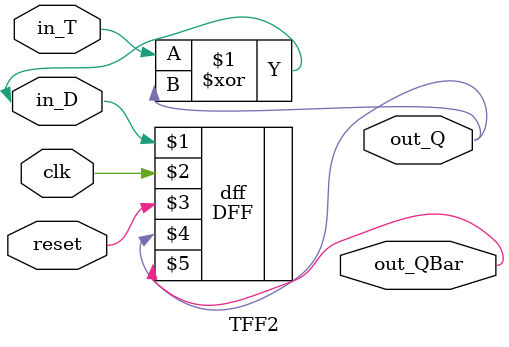
<source format=v>
`timescale 1ns / 1ps
module TFF2(out_Q, out_QBar, in_T, clk, reset, in_D);

	output reg out_Q, out_QBar;
	input wire in_D;
	input in_T, clk;
	input reset;
	
	xor x1 (in_D, in_T, out_Q);
	
	DFF dff (in_D, clk, reset, out_Q, out_QBar);
	
	always @(posedge clk) begin
		$display ("Q = ", out_Q);
	end
	
endmodule

</source>
